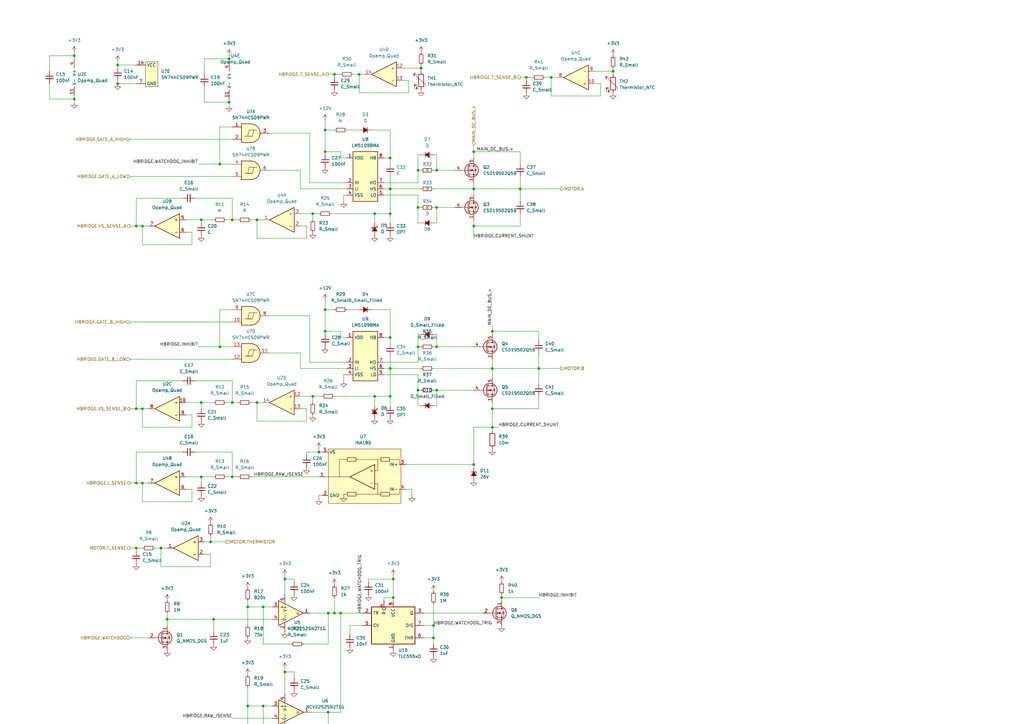
<source format=kicad_sch>
(kicad_sch (version 20211123) (generator eeschema)
  (paper "A3")
  (junction (at 137.16 251.46))
  (junction (at 179.07 85.09))
  (junction (at 105.41 90.17))
  (junction (at 179.07 160.02))
  (junction (at 107.95 248.92))
  (junction (at 171.45 160.02))
  (junction (at 177.8 256.54))
  (junction (at 160.02 77.47))
  (junction (at 55.88 92.71))
  (junction (at 213.36 77.47))
  (junction (at 215.9 31.75))
  (junction (at 161.29 245.11))
  (junction (at 58.42 92.71))
  (junction (at 153.67 162.56))
  (junction (at 128.27 162.56))
  (junction (at 68.58 254))
  (junction (at 58.42 167.64))
  (junction (at 134.62 251.46))
  (junction (at 160.02 64.77))
  (junction (at 82.55 165.1))
  (junction (at 201.93 135.89))
  (junction (at 201.93 151.13))
  (junction (at 137.16 30.48))
  (junction (at 133.35 127))
  (junction (at 172.72 27.94))
  (junction (at 105.41 165.1))
  (junction (at 128.27 87.63))
  (junction (at 171.45 69.85))
  (junction (at 107.95 289.56))
  (junction (at 201.93 175.26))
  (junction (at 86.36 222.25))
  (junction (at 171.45 85.09))
  (junction (at 160.02 138.43))
  (junction (at 95.25 90.17))
  (junction (at 220.98 151.13))
  (junction (at 30.48 40.64))
  (junction (at 177.8 261.62))
  (junction (at 134.62 292.1))
  (junction (at 194.31 190.5))
  (junction (at 153.67 87.63))
  (junction (at 82.55 195.58))
  (junction (at 90.17 67.31))
  (junction (at 101.6 289.56))
  (junction (at 95.25 195.58))
  (junction (at 55.88 198.12))
  (junction (at 194.31 62.23))
  (junction (at 48.26 26.67))
  (junction (at 87.63 254))
  (junction (at 93.98 41.91))
  (junction (at 66.04 224.79))
  (junction (at 171.45 142.24))
  (junction (at 194.31 92.71))
  (junction (at 101.6 248.92))
  (junction (at 55.88 167.64))
  (junction (at 139.7 251.46))
  (junction (at 116.84 275.59))
  (junction (at 179.07 142.24))
  (junction (at 130.81 185.42))
  (junction (at 48.26 34.29))
  (junction (at 201.93 167.64))
  (junction (at 179.07 69.85))
  (junction (at 93.98 24.13))
  (junction (at 133.35 62.23))
  (junction (at 95.25 165.1))
  (junction (at 30.48 22.86))
  (junction (at 58.42 198.12))
  (junction (at 82.55 90.17))
  (junction (at 160.02 87.63))
  (junction (at 133.35 135.89))
  (junction (at 194.31 77.47))
  (junction (at 160.02 162.56))
  (junction (at 161.29 237.49))
  (junction (at 226.06 31.75))
  (junction (at 205.74 245.11))
  (junction (at 116.84 237.49))
  (junction (at 160.02 151.13))
  (junction (at 133.35 53.34))
  (junction (at 55.88 224.79))
  (junction (at 90.17 142.24))
  (junction (at 251.46 29.21))
  (junction (at 147.32 30.48))
  (wire (pts (xy 201.93 175.26) (xy 194.31 175.26)))
  (wire (pts (xy 194.31 62.23) (xy 213.36 62.23)))
  (wire (pts (xy 116.84 237.49) (xy 116.84 243.84)))
  (wire (pts (xy 194.31 74.93) (xy 194.31 77.47)))
  (wire (pts (xy 205.74 243.84) (xy 205.74 245.11)))
  (wire (pts (xy 90.17 142.24) (xy 95.25 142.24)))
  (wire (pts (xy 127 251.46) (xy 134.62 251.46)))
  (wire (pts (xy 20.32 22.86) (xy 20.32 29.21)))
  (wire (pts (xy 142.24 151.13) (xy 123.19 151.13)))
  (wire (pts (xy 160.02 53.34) (xy 160.02 64.77)))
  (wire (pts (xy 213.36 92.71) (xy 194.31 92.71)))
  (wire (pts (xy 177.8 247.65) (xy 177.8 256.54)))
  (wire (pts (xy 133.35 62.23) (xy 133.35 63.5)))
  (wire (pts (xy 142.24 53.34) (xy 147.32 53.34)))
  (wire (pts (xy 105.41 172.72) (xy 105.41 165.1)))
  (wire (pts (xy 95.25 165.1) (xy 97.79 165.1)))
  (wire (pts (xy 134.62 264.16) (xy 134.62 251.46)))
  (wire (pts (xy 134.62 304.8) (xy 134.62 292.1)))
  (wire (pts (xy 172.72 27.94) (xy 172.72 29.21)))
  (wire (pts (xy 74.93 81.28) (xy 55.88 81.28)))
  (wire (pts (xy 119.38 304.8) (xy 107.95 304.8)))
  (wire (pts (xy 90.17 67.31) (xy 95.25 67.31)))
  (wire (pts (xy 161.29 245.11) (xy 157.48 245.11)))
  (wire (pts (xy 161.29 237.49) (xy 161.29 245.11)))
  (wire (pts (xy 125.73 167.64) (xy 125.73 172.72)))
  (wire (pts (xy 171.45 142.24) (xy 171.45 137.16)))
  (wire (pts (xy 173.99 256.54) (xy 177.8 256.54)))
  (wire (pts (xy 53.34 132.08) (xy 95.25 132.08)))
  (wire (pts (xy 243.84 34.29) (xy 246.38 34.29)))
  (wire (pts (xy 194.31 77.47) (xy 213.36 77.47)))
  (wire (pts (xy 92.71 90.17) (xy 95.25 90.17)))
  (wire (pts (xy 153.67 87.63) (xy 153.67 91.44)))
  (wire (pts (xy 116.84 275.59) (xy 120.65 275.59)))
  (wire (pts (xy 128.27 87.63) (xy 128.27 90.17)))
  (wire (pts (xy 76.2 200.66) (xy 78.74 200.66)))
  (wire (pts (xy 30.48 40.64) (xy 30.48 41.91)))
  (wire (pts (xy 86.36 232.41) (xy 86.36 227.33)))
  (wire (pts (xy 160.02 151.13) (xy 172.72 151.13)))
  (wire (pts (xy 220.98 167.64) (xy 201.93 167.64)))
  (wire (pts (xy 134.62 251.46) (xy 137.16 251.46)))
  (wire (pts (xy 201.93 135.89) (xy 220.98 135.89)))
  (wire (pts (xy 173.99 251.46) (xy 198.12 251.46)))
  (wire (pts (xy 160.02 64.77) (xy 160.02 67.31)))
  (wire (pts (xy 107.95 289.56) (xy 101.6 289.56)))
  (wire (pts (xy 93.98 41.91) (xy 83.82 41.91)))
  (wire (pts (xy 157.48 80.01) (xy 171.45 80.01)))
  (wire (pts (xy 133.35 49.53) (xy 133.35 53.34)))
  (wire (pts (xy 194.31 175.26) (xy 194.31 190.5)))
  (wire (pts (xy 160.02 162.56) (xy 160.02 166.37)))
  (wire (pts (xy 179.07 85.09) (xy 179.07 91.44)))
  (wire (pts (xy 119.38 264.16) (xy 107.95 264.16)))
  (wire (pts (xy 151.13 237.49) (xy 151.13 238.76)))
  (wire (pts (xy 166.37 200.66) (xy 168.91 200.66)))
  (wire (pts (xy 251.46 27.94) (xy 251.46 29.21)))
  (wire (pts (xy 95.25 195.58) (xy 97.79 195.58)))
  (wire (pts (xy 81.28 142.24) (xy 90.17 142.24)))
  (wire (pts (xy 130.81 87.63) (xy 128.27 87.63)))
  (wire (pts (xy 83.82 24.13) (xy 93.98 24.13)))
  (wire (pts (xy 116.84 274.32) (xy 116.84 275.59)))
  (wire (pts (xy 82.55 165.1) (xy 87.63 165.1)))
  (wire (pts (xy 167.64 38.1) (xy 147.32 38.1)))
  (wire (pts (xy 55.88 198.12) (xy 58.42 198.12)))
  (wire (pts (xy 76.2 90.17) (xy 82.55 90.17)))
  (wire (pts (xy 120.65 237.49) (xy 120.65 238.76)))
  (wire (pts (xy 160.02 138.43) (xy 160.02 140.97)))
  (wire (pts (xy 130.81 185.42) (xy 125.73 185.42)))
  (wire (pts (xy 179.07 85.09) (xy 177.8 85.09)))
  (wire (pts (xy 220.98 151.13) (xy 220.98 157.48)))
  (wire (pts (xy 48.26 34.29) (xy 48.26 33.02)))
  (wire (pts (xy 101.6 246.38) (xy 101.6 248.92)))
  (wire (pts (xy 220.98 151.13) (xy 229.87 151.13)))
  (wire (pts (xy 123.19 167.64) (xy 125.73 167.64)))
  (wire (pts (xy 171.45 69.85) (xy 172.72 69.85)))
  (wire (pts (xy 127 74.93) (xy 127 54.61)))
  (wire (pts (xy 20.32 40.64) (xy 20.32 34.29)))
  (wire (pts (xy 76.2 165.1) (xy 82.55 165.1)))
  (wire (pts (xy 128.27 162.56) (xy 128.27 165.1)))
  (wire (pts (xy 58.42 175.26) (xy 58.42 167.64)))
  (wire (pts (xy 78.74 170.18) (xy 78.74 175.26)))
  (wire (pts (xy 171.45 137.16) (xy 172.72 137.16)))
  (wire (pts (xy 171.45 69.85) (xy 171.45 74.93)))
  (wire (pts (xy 53.34 167.64) (xy 55.88 167.64)))
  (wire (pts (xy 161.29 237.49) (xy 151.13 237.49)))
  (wire (pts (xy 53.34 224.79) (xy 55.88 224.79)))
  (wire (pts (xy 110.49 129.54) (xy 127 129.54)))
  (wire (pts (xy 48.26 34.29) (xy 55.88 34.29)))
  (wire (pts (xy 157.48 77.47) (xy 160.02 77.47)))
  (wire (pts (xy 142.24 77.47) (xy 123.19 77.47)))
  (wire (pts (xy 78.74 175.26) (xy 58.42 175.26)))
  (wire (pts (xy 153.67 87.63) (xy 160.02 87.63)))
  (wire (pts (xy 201.93 175.26) (xy 204.47 175.26)))
  (wire (pts (xy 133.35 127) (xy 133.35 135.89)))
  (wire (pts (xy 55.88 185.42) (xy 55.88 198.12)))
  (wire (pts (xy 177.8 256.54) (xy 177.8 261.62)))
  (wire (pts (xy 95.25 185.42) (xy 80.01 185.42)))
  (wire (pts (xy 95.25 127) (xy 90.17 127)))
  (wire (pts (xy 137.16 162.56) (xy 153.67 162.56)))
  (wire (pts (xy 201.93 151.13) (xy 201.93 154.94)))
  (wire (pts (xy 229.87 77.47) (xy 213.36 77.47)))
  (wire (pts (xy 132.08 185.42) (xy 130.81 185.42)))
  (wire (pts (xy 194.31 92.71) (xy 194.31 90.17)))
  (wire (pts (xy 82.55 195.58) (xy 87.63 195.58)))
  (wire (pts (xy 82.55 90.17) (xy 82.55 91.44)))
  (wire (pts (xy 111.76 248.92) (xy 107.95 248.92)))
  (wire (pts (xy 152.4 127) (xy 160.02 127)))
  (wire (pts (xy 53.34 147.32) (xy 95.25 147.32)))
  (wire (pts (xy 55.88 224.79) (xy 55.88 226.06)))
  (wire (pts (xy 48.26 26.67) (xy 48.26 25.4)))
  (wire (pts (xy 165.1 27.94) (xy 172.72 27.94)))
  (wire (pts (xy 143.51 256.54) (xy 143.51 260.35)))
  (wire (pts (xy 194.31 59.69) (xy 194.31 62.23)))
  (wire (pts (xy 123.19 87.63) (xy 128.27 87.63)))
  (wire (pts (xy 133.35 135.89) (xy 133.35 137.16)))
  (wire (pts (xy 201.93 151.13) (xy 201.93 147.32)))
  (wire (pts (xy 160.02 64.77) (xy 157.48 64.77)))
  (wire (pts (xy 179.07 69.85) (xy 186.69 69.85)))
  (wire (pts (xy 160.02 151.13) (xy 160.02 146.05)))
  (wire (pts (xy 82.55 195.58) (xy 82.55 198.12)))
  (wire (pts (xy 147.32 38.1) (xy 147.32 30.48)))
  (wire (pts (xy 55.88 224.79) (xy 58.42 224.79)))
  (wire (pts (xy 55.88 92.71) (xy 58.42 92.71)))
  (wire (pts (xy 142.24 127) (xy 147.32 127)))
  (wire (pts (xy 160.02 162.56) (xy 153.67 162.56)))
  (wire (pts (xy 48.26 27.94) (xy 48.26 26.67)))
  (wire (pts (xy 157.48 151.13) (xy 160.02 151.13)))
  (wire (pts (xy 177.8 142.24) (xy 179.07 142.24)))
  (wire (pts (xy 30.48 22.86) (xy 20.32 22.86)))
  (wire (pts (xy 125.73 97.79) (xy 105.41 97.79)))
  (wire (pts (xy 66.04 224.79) (xy 66.04 232.41)))
  (wire (pts (xy 93.98 24.13) (xy 93.98 25.4)))
  (wire (pts (xy 171.45 142.24) (xy 172.72 142.24)))
  (wire (pts (xy 30.48 40.64) (xy 20.32 40.64)))
  (wire (pts (xy 194.31 190.5) (xy 194.31 191.77)))
  (wire (pts (xy 148.59 256.54) (xy 143.51 256.54)))
  (wire (pts (xy 125.73 172.72) (xy 105.41 172.72)))
  (wire (pts (xy 101.6 248.92) (xy 101.6 256.54)))
  (wire (pts (xy 130.81 203.2) (xy 130.81 204.47)))
  (wire (pts (xy 137.16 245.11) (xy 137.16 251.46)))
  (wire (pts (xy 213.36 77.47) (xy 213.36 82.55)))
  (wire (pts (xy 179.07 160.02) (xy 194.31 160.02)))
  (wire (pts (xy 55.88 81.28) (xy 55.88 92.71)))
  (wire (pts (xy 223.52 31.75) (xy 226.06 31.75)))
  (wire (pts (xy 110.49 144.78) (xy 123.19 144.78)))
  (wire (pts (xy 76.2 195.58) (xy 82.55 195.58)))
  (wire (pts (xy 157.48 148.59) (xy 171.45 148.59)))
  (wire (pts (xy 171.45 85.09) (xy 172.72 85.09)))
  (wire (pts (xy 102.87 195.58) (xy 130.81 195.58)))
  (wire (pts (xy 133.35 123.19) (xy 133.35 127)))
  (wire (pts (xy 83.82 30.48) (xy 83.82 24.13)))
  (wire (pts (xy 78.74 205.74) (xy 58.42 205.74)))
  (wire (pts (xy 86.36 219.71) (xy 86.36 222.25)))
  (wire (pts (xy 123.19 151.13) (xy 123.19 144.78)))
  (wire (pts (xy 55.88 156.21) (xy 74.93 156.21)))
  (wire (pts (xy 133.35 127) (xy 137.16 127)))
  (wire (pts (xy 179.07 137.16) (xy 179.07 142.24)))
  (wire (pts (xy 127 148.59) (xy 127 129.54)))
  (wire (pts (xy 66.04 224.79) (xy 68.58 224.79)))
  (wire (pts (xy 172.72 26.67) (xy 172.72 27.94)))
  (wire (pts (xy 125.73 185.42) (xy 125.73 186.69)))
  (wire (pts (xy 95.25 294.64) (xy 111.76 294.64)))
  (wire (pts (xy 157.48 74.93) (xy 171.45 74.93)))
  (wire (pts (xy 105.41 165.1) (xy 107.95 165.1)))
  (wire (pts (xy 105.41 97.79) (xy 105.41 90.17)))
  (wire (pts (xy 95.25 165.1) (xy 92.71 165.1)))
  (wire (pts (xy 63.5 224.79) (xy 66.04 224.79)))
  (wire (pts (xy 111.76 289.56) (xy 107.95 289.56)))
  (wire (pts (xy 140.97 153.67) (xy 140.97 156.21)))
  (wire (pts (xy 81.28 67.31) (xy 90.17 67.31)))
  (wire (pts (xy 160.02 151.13) (xy 160.02 162.56)))
  (wire (pts (xy 30.48 39.37) (xy 30.48 40.64)))
  (wire (pts (xy 87.63 254) (xy 68.58 254)))
  (wire (pts (xy 167.64 33.02) (xy 167.64 38.1)))
  (wire (pts (xy 139.7 292.1) (xy 139.7 251.46)))
  (wire (pts (xy 58.42 100.33) (xy 58.42 92.71)))
  (wire (pts (xy 90.17 127) (xy 90.17 142.24)))
  (wire (pts (xy 82.55 90.17) (xy 87.63 90.17)))
  (wire (pts (xy 132.08 203.2) (xy 130.81 203.2)))
  (wire (pts (xy 58.42 167.64) (xy 55.88 167.64)))
  (wire (pts (xy 177.8 151.13) (xy 201.93 151.13)))
  (wire (pts (xy 116.84 236.22) (xy 116.84 237.49)))
  (wire (pts (xy 107.95 264.16) (xy 107.95 248.92)))
  (wire (pts (xy 171.45 80.01) (xy 171.45 85.09)))
  (wire (pts (xy 53.34 57.15) (xy 95.25 57.15)))
  (wire (pts (xy 95.25 81.28) (xy 95.25 90.17)))
  (wire (pts (xy 30.48 22.86) (xy 30.48 24.13)))
  (wire (pts (xy 134.62 30.48) (xy 137.16 30.48)))
  (wire (pts (xy 95.25 195.58) (xy 95.25 185.42)))
  (wire (pts (xy 177.8 91.44) (xy 179.07 91.44)))
  (wire (pts (xy 161.29 245.11) (xy 161.29 246.38)))
  (wire (pts (xy 127 54.61) (xy 110.49 54.61)))
  (wire (pts (xy 201.93 167.64) (xy 201.93 175.26)))
  (wire (pts (xy 105.41 90.17) (xy 107.95 90.17)))
  (wire (pts (xy 123.19 92.71) (xy 125.73 92.71)))
  (wire (pts (xy 48.26 26.67) (xy 55.88 26.67)))
  (wire (pts (xy 123.19 77.47) (xy 123.19 69.85)))
  (wire (pts (xy 179.07 142.24) (xy 194.31 142.24)))
  (wire (pts (xy 83.82 222.25) (xy 86.36 222.25)))
  (wire (pts (xy 58.42 198.12) (xy 60.96 198.12)))
  (wire (pts (xy 102.87 90.17) (xy 105.41 90.17)))
  (wire (pts (xy 194.31 190.5) (xy 166.37 190.5)))
  (wire (pts (xy 107.95 248.92) (xy 101.6 248.92)))
  (wire (pts (xy 172.72 166.37) (xy 171.45 166.37)))
  (wire (pts (xy 90.17 52.07) (xy 90.17 67.31)))
  (wire (pts (xy 177.8 166.37) (xy 179.07 166.37)))
  (wire (pts (xy 76.2 95.25) (xy 78.74 95.25)))
  (wire (pts (xy 213.36 87.63) (xy 213.36 92.71)))
  (wire (pts (xy 82.55 165.1) (xy 82.55 167.64)))
  (wire (pts (xy 201.93 151.13) (xy 220.98 151.13)))
  (wire (pts (xy 87.63 254) (xy 87.63 259.08)))
  (wire (pts (xy 215.9 31.75) (xy 218.44 31.75)))
  (wire (pts (xy 68.58 254) (xy 68.58 251.46)))
  (wire (pts (xy 251.46 29.21) (xy 251.46 30.48)))
  (wire (pts (xy 153.67 162.56) (xy 153.67 166.37)))
  (wire (pts (xy 215.9 31.75) (xy 215.9 33.02)))
  (wire (pts (xy 78.74 100.33) (xy 58.42 100.33)))
  (wire (pts (xy 171.45 148.59) (xy 171.45 142.24)))
  (wire (pts (xy 80.01 81.28) (xy 95.25 81.28)))
  (wire (pts (xy 137.16 30.48) (xy 139.7 30.48)))
  (wire (pts (xy 134.62 292.1) (xy 139.7 292.1)))
  (wire (pts (xy 142.24 64.77) (xy 139.7 64.77)))
  (wire (pts (xy 83.82 41.91) (xy 83.82 35.56)))
  (wire (pts (xy 78.74 200.66) (xy 78.74 205.74)))
  (wire (pts (xy 243.84 29.21) (xy 251.46 29.21)))
  (wire (pts (xy 177.8 261.62) (xy 177.8 264.16)))
  (wire (pts (xy 139.7 251.46) (xy 148.59 251.46)))
  (wire (pts (xy 68.58 254) (xy 68.58 256.54)))
  (wire (pts (xy 213.36 31.75) (xy 215.9 31.75)))
  (wire (pts (xy 160.02 87.63) (xy 160.02 91.44)))
  (wire (pts (xy 246.38 39.37) (xy 226.06 39.37)))
  (wire (pts (xy 157.48 153.67) (xy 171.45 153.67)))
  (wire (pts (xy 95.25 52.07) (xy 90.17 52.07)))
  (wire (pts (xy 116.84 275.59) (xy 116.84 284.48)))
  (wire (pts (xy 171.45 63.5) (xy 171.45 69.85)))
  (wire (pts (xy 201.93 175.26) (xy 201.93 176.53)))
  (wire (pts (xy 194.31 77.47) (xy 177.8 77.47)))
  (wire (pts (xy 160.02 77.47) (xy 172.72 77.47)))
  (wire (pts (xy 142.24 138.43) (xy 139.7 138.43)))
  (wire (pts (xy 93.98 41.91) (xy 93.98 43.18)))
  (wire (pts (xy 30.48 21.59) (xy 30.48 22.86)))
  (wire (pts (xy 220.98 162.56) (xy 220.98 167.64)))
  (wire (pts (xy 161.29 236.22) (xy 161.29 237.49)))
  (wire (pts (xy 201.93 167.64) (xy 201.93 165.1)))
  (wire (pts (xy 194.31 92.71) (xy 194.31 97.79)))
  (wire (pts (xy 179.07 85.09) (xy 186.69 85.09)))
  (wire (pts (xy 201.93 137.16) (xy 201.93 135.89)))
  (wire (pts (xy 107.95 304.8) (xy 107.95 289.56)))
  (wire (pts (xy 101.6 289.56) (xy 101.6 297.18)))
  (wire (pts (xy 133.35 53.34) (xy 137.16 53.34)))
  (wire (pts (xy 139.7 135.89) (xy 133.35 135.89)))
  (wire (pts (xy 53.34 198.12) (xy 55.88 198.12)))
  (wire (pts (xy 201.93 133.35) (xy 201.93 135.89)))
  (wire (pts (xy 139.7 64.77) (xy 139.7 62.23)))
  (wire (pts (xy 220.98 151.13) (xy 220.98 144.78)))
  (wire (pts (xy 130.81 185.42) (xy 130.81 184.15)))
  (wire (pts (xy 205.74 245.11) (xy 205.74 246.38)))
  (wire (pts (xy 160.02 77.47) (xy 160.02 87.63)))
  (wire (pts (xy 58.42 92.71) (xy 60.96 92.71)))
  (wire (pts (xy 53.34 261.62) (xy 60.96 261.62)))
  (wire (pts (xy 220.98 135.89) (xy 220.98 139.7)))
  (wire (pts (xy 173.99 261.62) (xy 177.8 261.62)))
  (wire (pts (xy 157.48 138.43) (xy 160.02 138.43)))
  (wire (pts (xy 120.65 275.59) (xy 120.65 278.13)))
  (wire (pts (xy 177.8 63.5) (xy 179.07 63.5)))
  (wire (pts (xy 213.36 62.23) (xy 213.36 67.31)))
  (wire (pts (xy 226.06 39.37) (xy 226.06 31.75)))
  (wire (pts (xy 93.98 22.86) (xy 93.98 24.13)))
  (wire (pts (xy 205.74 245.11) (xy 220.98 245.11)))
  (wire (pts (xy 123.19 69.85) (xy 110.49 69.85)))
  (wire (pts (xy 139.7 138.43) (xy 139.7 135.89)))
  (wire (pts (xy 78.74 95.25) (xy 78.74 100.33)))
  (wire (pts (xy 137.16 30.48) (xy 137.16 31.75)))
  (wire (pts (xy 139.7 62.23) (xy 133.35 62.23)))
  (wire (pts (xy 53.34 72.39) (xy 95.25 72.39)))
  (wire (pts (xy 171.45 166.37) (xy 171.45 160.02)))
  (wire (pts (xy 86.36 227.33) (xy 83.82 227.33)))
  (wire (pts (xy 142.24 80.01) (xy 140.97 80.01)))
  (wire (pts (xy 133.35 53.34) (xy 133.35 62.23)))
  (wire (pts (xy 55.88 167.64) (xy 55.88 156.21)))
  (wire (pts (xy 142.24 153.67) (xy 140.97 153.67)))
  (wire (pts (xy 179.07 137.16) (xy 177.8 137.16)))
  (wire (pts (xy 160.02 127) (xy 160.02 138.43)))
  (wire (pts (xy 102.87 165.1) (xy 105.41 165.1)))
  (wire (pts (xy 137.16 251.46) (xy 139.7 251.46)))
  (wire (pts (xy 86.36 222.25) (xy 92.71 222.25)))
  (wire (pts (xy 128.27 162.56) (xy 132.08 162.56)))
  (wire (pts (xy 172.72 63.5) (xy 171.45 63.5)))
  (wire (pts (xy 179.07 160.02) (xy 177.8 160.02)))
  (wire (pts (xy 152.4 53.34) (xy 160.02 53.34)))
  (wire (pts (xy 171.45 160.02) (xy 172.72 160.02)))
  (wire (pts (xy 171.45 153.67) (xy 171.45 160.02)))
  (wire (pts (xy 80.01 156.21) (xy 95.25 156.21)))
  (wire (pts (xy 213.36 77.47) (xy 213.36 72.39)))
  (wire (pts (xy 124.46 264.16) (xy 134.62 264.16)))
  (wire (pts (xy 165.1 33.02) (xy 167.64 33.02)))
  (wire (pts (xy 144.78 30.48) (xy 147.32 30.48)))
  (wire (pts (xy 95.25 90.17) (xy 97.79 90.17)))
  (wire (pts (xy 116.84 237.49) (xy 120.65 237.49)))
  (wire (pts (xy 60.96 167.64) (xy 58.42 167.64)))
  (wire (pts (xy 101.6 289.56) (xy 101.6 281.94)))
  (wire (pts (xy 171.45 85.09) (xy 171.45 91.44)))
  (wire (pts (xy 160.02 72.39) (xy 160.02 77.47)))
  (wire (pts (xy 92.71 195.58) (xy 95.25 195.58)))
  (wire (pts (xy 74.93 185.42) (xy 55.88 185.42)))
  (wire (pts (xy 76.2 170.18) (xy 78.74 170.18)))
  (wire (pts (xy 142.24 74.93) (xy 127 74.93)))
  (wire (pts (xy 93.98 40.64) (xy 93.98 41.91)))
  (wire (pts (xy 124.46 304.8) (xy 134.62 304.8)))
  (wire (pts (xy 142.24 148.59) (xy 127 148.59)))
  (wire (pts (xy 179.07 63.5) (xy 179.07 69.85)))
  (wire (pts (xy 168.91 200.66) (xy 168.91 203.2)))
  (wire (pts (xy 147.32 30.48) (xy 149.86 30.48)))
  (wire (pts (xy 194.31 62.23) (xy 194.31 64.77)))
  (wire (pts (xy 111.76 254) (xy 87.63 254)))
  (wire (pts (xy 123.19 162.56) (xy 128.27 162.56)))
  (wire (pts (xy 226.06 31.75) (xy 228.6 31.75)))
  (wire (pts (xy 127 292.1) (xy 134.62 292.1)))
  (wire (pts (xy 125.73 92.71) (xy 125.73 97.79)))
  (wire (pts (xy 53.34 92.71) (xy 55.88 92.71)))
  (wire (pts (xy 135.89 87.63) (xy 153.67 87.63)))
  (wire (pts (xy 58.42 205.74) (xy 58.42 198.12)))
  (wire (pts (xy 179.07 166.37) (xy 179.07 160.02)))
  (wire (pts (xy 95.25 156.21) (xy 95.25 165.1)))
  (wire (pts (xy 66.04 232.41) (xy 86.36 232.41)))
  (wire (pts (xy 246.38 34.29) (xy 246.38 39.37)))
  (wire (pts (xy 194.31 77.47) (xy 194.31 80.01)))
  (wire (pts (xy 157.48 245.11) (xy 157.48 246.38)))
  (wire (pts (xy 179.07 69.85) (xy 177.8 69.85)))
  (wire (pts (xy 140.97 80.01) (xy 140.97 82.55)))
  (wire (pts (xy 172.72 91.44) (xy 171.45 91.44)))
  (label "HBRIDGE.RAW_ISENSE" (at 104.14 195.58 0))
  (label "HBRIDGE.WATCHDOG_TRIG" (at 177.8 256.54 0))
  (label "HBRIDGE.INHIBIT" (at 81.28 142.24 180))
  (label "HBRIDGE.CURRENT_SHUNT" (at 194.31 97.79 0))
  (label "HBRIDGE.CURRENT_SHUNT" (at 204.47 175.26 0))
  (label "MAIN_DC_BUS.+" (at 195.58 62.23 0))
  (label "HBRIDGE.RAW_ISENSE" (at 95.25 294.64 180))
  (label "HBRIDGE.WATCHDOG_INHIBIT" (at 81.28 67.31 180))
  (label "MAIN_DC_BUS.+" (at 201.93 133.35 90))
  (label "HBRIDGE.INHIBIT" (at 220.98 245.11 0))
  (label "HBRIDGE.WATCHDOG_TRIG" (at 148.59 251.46 90))
  (hierarchical_label "HBRIDGE.GATE_B_LOW" (shape input) (at 53.34 147.32 180))
  (hierarchical_label "HBRIDGE.T_SENSE_A" (shape output) (at 134.62 30.48 180))
  (hierarchical_label "MOTOR.B" (shape output) (at 229.87 151.13 0))
  (hierarchical_label "MOTOR.THERMISTOR" (shape passive) (at 92.71 222.25 0))
  (hierarchical_label "MOTOR.T_SENSE" (shape output) (at 53.34 224.79 180))
  (hierarchical_label "HBRIDGE.WATCHDOG" (shape input) (at 53.34 261.62 180))
  (hierarchical_label "HBRIDGE.GATE_B_HIGH" (shape input) (at 53.34 132.08 180))
  (hierarchical_label "HBRIDGE.T_SENSE_B" (shape output) (at 213.36 31.75 180))
  (hierarchical_label "MOTOR.A" (shape output) (at 229.87 77.47 0))
  (hierarchical_label "HBRIDGE.GATE_A_LOW" (shape input) (at 53.34 72.39 180))
  (hierarchical_label "HBRIDGE.VS_SENSE_B" (shape output) (at 53.34 167.64 180))
  (hierarchical_label "MAIN_DC_BUS.+" (shape input) (at 194.31 59.69 90))
  (hierarchical_label "HBRIDGE.GATE_A_HIGH" (shape input) (at 53.34 57.15 180))
  (hierarchical_label "HBRIDGE.VS_SENSE_A" (shape output) (at 53.34 92.71 180))
  (hierarchical_label "HBRIDGE.I_SENSE" (shape output) (at 53.34 198.12 180))
  (symbol (lib_id "Transistor_FET:CSD19502Q5B") (at 199.39 142.24 0) (unit 1)
    (property "Reference" "Q4" (at 205.74 140.9699 0) (effects (justify left)))
    (property "Value" "CSD19502Q5B" (at 205.74 143.5099 0) (effects (justify left)))
    (property "Footprint" "Package_TO_SOT_SMD:TDSON-8-1" (effects hide))
    (property "Datasheet" "http://www.ti.com/lit/gpn/csd19502q5b" (effects hide))
  )
  (symbol (lib_id "Device:Opamp_Quad") (at 115.57 90.17 0) (mirror y) (unit 1)
    (property "Reference" "U4" (at 115.57 80.01 0))
    (property "Value" "Opamp_Quad" (at 115.57 82.55 0))
  )
  (symbol (lib_id "parts:C_Small") (at 82.55 170.18 0) (unit 1)
    (property "Reference" "C21" (at 85.09 168.9162 0) (effects (justify left)))
    (property "Value" "C_Small" (at 85.09 171.4562 0) (effects (justify left)))
  )
  (symbol (lib_id "parts:GND") (at 130.81 204.47 0) (unit 1)
    (property "Reference" "#PWR0167" (effects hide))
    (property "Value" "GND" (effects hide))
  )
  (symbol (lib_id "power:+3.3V") (at 101.6 241.3 0) (unit 1)
    (property "Reference" "#PWR0153" (effects hide))
    (property "Value" "+3.3V" (at 101.6 236.22 0))
  )
  (symbol (lib_id "Device:R_Small") (at 100.33 165.1 90) (unit 1)
    (property "Reference" "R15" (at 100.33 158.75 90))
    (property "Value" "R_Small" (at 100.33 161.29 90))
  )
  (symbol (lib_id "Device:R_Small") (at 175.26 85.09 90) (unit 1)
    (property "Reference" "R34" (at 175.26 82.55 90))
    (property "Value" "R" (at 175.26 85.09 90))
  )
  (symbol (lib_id "parts:GND") (at 177.8 269.24 0) (unit 1)
    (property "Reference" "#PWR0156" (effects hide))
    (property "Value" "GND" (effects hide))
  )
  (symbol (lib_id "parts:GND") (at 251.46 38.1 0) (unit 1)
    (property "Reference" "#PWR0178" (effects hide))
    (property "Value" "GND" (effects hide))
  )
  (symbol (lib_id "parts:GND") (at 194.31 196.85 0) (unit 1)
    (property "Reference" "#PWR0174" (effects hide))
    (property "Value" "GND" (effects hide))
  )
  (symbol (lib_id "Device:R_Small") (at 175.26 69.85 90) (unit 1)
    (property "Reference" "R32" (at 175.26 67.31 90))
    (property "Value" "R" (at 175.26 69.85 90))
  )
  (symbol (lib_id "parts:GND") (at 205.74 256.54 0) (unit 1)
    (property "Reference" "#PWR0158" (effects hide))
    (property "Value" "GND" (effects hide))
  )
  (symbol (lib_id "parts:GND") (at 87.63 264.16 0) (unit 1)
    (property "Reference" "#PWR0145" (effects hide))
    (property "Value" "GND" (effects hide))
  )
  (symbol (lib_id "Device:R_Small") (at 177.8 245.11 0) (unit 1)
    (property "Reference" "R38" (at 180.34 243.8399 0) (effects (justify left)))
    (property "Value" "1M" (at 180.34 246.3799 0) (effects (justify left)))
  )
  (symbol (lib_id "power:+3.3V") (at 161.29 236.22 0) (unit 1)
    (property "Reference" "#PWR0165" (effects hide))
    (property "Value" "+3.3V" (at 161.29 231.14 0))
  )
  (symbol (lib_id "parts:GND") (at 151.13 243.84 0) (unit 1)
    (property "Reference" "#PWR0160" (effects hide))
    (property "Value" "GND" (effects hide))
  )
  (symbol (lib_id "Device:R_Small") (at 172.72 24.13 0) (unit 1)
    (property "Reference" "R31" (at 175.26 22.8599 0) (effects (justify left)))
    (property "Value" "R_Small" (at 175.26 25.3999 0) (effects (justify left)))
  )
  (symbol (lib_id "Device:R_Small") (at 86.36 217.17 0) (unit 1)
    (property "Reference" "R10" (at 88.9 215.8999 0) (effects (justify left)))
    (property "Value" "R_Small" (at 88.9 218.4399 0) (effects (justify left)))
  )
  (symbol (lib_id "Device:Opamp_Quad") (at 68.58 92.71 0) (mirror y) (unit 2)
    (property "Reference" "U2" (at 68.58 82.55 0))
    (property "Value" "Opamp_Quad" (at 68.58 85.09 0))
  )
  (symbol (lib_id "parts:GND") (at 116.84 259.08 0) (unit 1)
    (property "Reference" "#PWR0161" (effects hide))
    (property "Value" "GND" (effects hide))
  )
  (symbol (lib_id "parts:C_Small") (at 77.47 81.28 90) (unit 1)
    (property "Reference" "C16" (at 77.4763 74.93 90))
    (property "Value" "C_Small" (at 77.4763 77.47 90))
  )
  (symbol (lib_id "Transistor_FET:CSD19502Q5B") (at 191.77 69.85 0) (unit 1)
    (property "Reference" "Q2" (at 198.12 68.5799 0) (effects (justify left)))
    (property "Value" "CSD19502Q5B" (at 198.12 71.1199 0) (effects (justify left)))
    (property "Footprint" "Package_TO_SOT_SMD:TDSON-8-1" (effects hide))
    (property "Datasheet" "http://www.ti.com/lit/gpn/csd19502q5b" (effects hide))
  )
  (symbol (lib_id "Device:D_Schottky_Small_Filled") (at 153.67 93.98 270) (unit 1)
    (property "Reference" "D5" (at 156.21 92.4559 90) (effects (justify left)))
    (property "Value" "D" (at 156.21 94.9959 90) (effects (justify left)))
  )
  (symbol (lib_id "Device:R_Small") (at 128.27 92.71 0) (unit 1)
    (property "Reference" "R23" (at 130.81 91.4399 0) (effects (justify left)))
    (property "Value" "R_Small" (at 130.81 93.9799 0) (effects (justify left)))
  )
  (symbol (lib_id "parts:C_Small") (at 160.02 93.98 0) (unit 1)
    (property "Reference" "C33" (at 162.56 92.7162 0) (effects (justify left)))
    (property "Value" "OPT" (at 162.56 95.2562 0) (effects (justify left)))
  )
  (symbol (lib_id "Device:D_Small_Filled") (at 175.26 166.37 0) (unit 1)
    (property "Reference" "D10" (at 175.26 160.02 0))
    (property "Value" "D_Small_Filled" (at 175.26 162.56 0))
  )
  (symbol (lib_id "Device:R_Small") (at 205.74 241.3 0) (unit 1)
    (property "Reference" "R40" (at 208.28 240.0299 0) (effects (justify left)))
    (property "Value" "1k" (at 208.28 242.5699 0) (effects (justify left)))
  )
  (symbol (lib_id "parts:C_Small") (at 82.55 93.98 0) (unit 1)
    (property "Reference" "C20" (at 85.09 92.7162 0) (effects (justify left)))
    (property "Value" "C" (at 85.09 95.2562 0) (effects (justify left)))
  )
  (symbol (lib_id "parts:C_Small") (at 48.26 30.48 0) (unit 1)
    (property "Reference" "C14" (at 50.8 29.2162 0) (effects (justify left)))
    (property "Value" "100nF" (at 50.8 31.7562 0) (effects (justify left)))
  )
  (symbol (lib_id "parts:C_Small") (at 137.16 34.29 0) (unit 1)
    (property "Reference" "C29" (at 139.7 33.0262 0) (effects (justify left)))
    (property "Value" "C_Small" (at 139.7 35.5662 0) (effects (justify left)))
  )
  (symbol (lib_id "Device:R_Small") (at 139.7 53.34 90) (unit 1)
    (property "Reference" "R28" (at 139.7 46.99 90))
    (property "Value" "R" (at 139.7 49.53 0))
  )
  (symbol (lib_id "Device:Opamp_Quad") (at 68.58 167.64 0) (mirror y) (unit 3)
    (property "Reference" "U2" (at 68.58 157.48 0))
    (property "Value" "Opamp_Quad" (at 68.58 160.02 0))
  )
  (symbol (lib_id "parts:GND") (at 68.58 266.7 0) (unit 1)
    (property "Reference" "#PWR0150" (effects hide))
    (property "Value" "GND" (effects hide))
  )
  (symbol (lib_id "Device:Opamp_Quad") (at 68.58 198.12 0) (mirror y) (unit 2)
    (property "Reference" "U4" (at 68.58 187.96 0))
    (property "Value" "Opamp_Quad" (at 68.58 190.5 0))
  )
  (symbol (lib_id "parts:SN74HCS09PWR") (at 101.6 129.54 0) (unit 3)
    (property "Reference" "U?" (at 102.87 120.65 0))
    (property "Value" "SN74HCS09PWR" (at 102.87 123.19 0))
    (property "Footprint" "Package_SO:TSSOP-14_4.4x5mm_P0.65mm" (effects hide))
    (property "Datasheet" "https://www.ti.com/lit/ds/symlink/sn74hcs09.pdf" (effects hide))
  )
  (symbol (lib_id "parts:GND") (at 82.55 96.52 0) (unit 1)
    (property "Reference" "#PWR0135" (effects hide))
    (property "Value" "GND" (effects hide))
  )
  (symbol (lib_id "power:+3.3V") (at 101.6 276.86 0) (unit 1)
    (property "Reference" "#PWR0142" (effects hide))
    (property "Value" "+3.3V" (at 101.6 271.78 0))
  )
  (symbol (lib_id "Device:Opamp_Quad") (at 157.48 30.48 0) (mirror y) (unit 4)
    (property "Reference" "U4" (at 157.48 20.32 0))
    (property "Value" "Opamp_Quad" (at 157.48 22.86 0))
  )
  (symbol (lib_id "Device:D_Small_Filled") (at 149.86 127 180) (unit 1)
    (property "Reference" "D4" (at 149.86 120.65 0))
    (property "Value" "D_Small_Filled" (at 149.86 123.19 0))
  )
  (symbol (lib_id "Device:Thermistor_NTC") (at 172.72 33.02 0) (unit 1)
    (property "Reference" "TH1" (at 175.26 32.0674 0) (effects (justify left)))
    (property "Value" "Thermistor_NTC" (at 175.26 34.6074 0) (effects (justify left)))
  )
  (symbol (lib_id "parts:GND") (at 133.35 68.58 0) (unit 1)
    (property "Reference" "#PWR0129" (effects hide))
    (property "Value" "GND" (effects hide))
  )
  (symbol (lib_id "parts:GND") (at 116.84 299.72 0) (unit 1)
    (property "Reference" "#PWR0147" (effects hide))
    (property "Value" "GND" (effects hide))
  )
  (symbol (lib_id "power:+3.3V") (at 48.26 25.4 0) (unit 1)
    (property "Reference" "#PWR0140" (effects hide))
    (property "Value" "+3.3V" (at 48.26 20.32 0))
  )
  (symbol (lib_id "Device:R_Small") (at 121.92 304.8 90) (unit 1)
    (property "Reference" "R22" (at 121.92 298.45 90))
    (property "Value" "R_Small" (at 121.92 300.99 90))
  )
  (symbol (lib_id "parts:C_Small") (at 77.47 185.42 90) (unit 1)
    (property "Reference" "C18" (at 77.4763 179.07 90))
    (property "Value" "C_Small" (at 77.4763 181.61 90))
  )
  (symbol (lib_id "parts:C_Small") (at 125.73 189.23 0) (unit 1)
    (property "Reference" "C26" (at 128.27 187.9662 0) (effects (justify left)))
    (property "Value" "100nF" (at 128.27 190.5062 0) (effects (justify left)))
  )
  (symbol (lib_id "Device:R_Small") (at 68.58 248.92 0) (unit 1)
    (property "Reference" "R9" (at 71.12 247.6499 0) (effects (justify left)))
    (property "Value" "1M" (at 71.12 250.1899 0) (effects (justify left)))
  )
  (symbol (lib_id "Device:R_Small") (at 90.17 195.58 90) (unit 1)
    (property "Reference" "R13" (at 90.17 189.23 90))
    (property "Value" "R_Small" (at 90.17 191.77 90))
  )
  (symbol (lib_id "parts:C_Small") (at 220.98 160.02 0) (unit 1)
    (property "Reference" "C41" (at 223.52 158.7562 0) (effects (justify left)))
    (property "Value" "C_Small" (at 223.52 161.2962 0) (effects (justify left)))
  )
  (symbol (lib_id "parts:NCV2252SN2T1G") (at 116.84 292.1 0) (unit 1)
    (property "Reference" "U6" (at 133.35 287.401 0))
    (property "Value" "NCV2252SN2T1G" (at 133.35 289.941 0))
    (property "Footprint" "Package_TO_SOT_SMD:SOT-23-5" (effects hide))
    (property "Datasheet" "https://www.onsemi.com/pdf/datasheet/ncs2250-d.pdf" (effects hide))
  )
  (symbol (lib_id "Device:R_Small") (at 90.17 165.1 90) (unit 1)
    (property "Reference" "R12" (at 90.17 158.75 90))
    (property "Value" "R_Small" (at 90.17 161.29 90))
  )
  (symbol (lib_id "Device:D_Small_Filled") (at 175.26 91.44 0) (unit 1)
    (property "Reference" "D8" (at 175.26 93.98 0))
    (property "Value" "D" (at 175.26 87.63 0))
  )
  (symbol (lib_id "Driver_FET:LM5109BMA") (at 149.86 146.05 0) (unit 1)
    (property "Reference" "U9" (at 149.86 130.81 0))
    (property "Value" "LM5109BMA" (at 149.86 133.35 0))
    (property "Footprint" "Package_SO:SOIC-8_3.9x4.9mm_P1.27mm" (effects hide))
    (property "Datasheet" "http://www.ti.com/lit/ds/symlink/lm5109b.pdf" (effects hide))
  )
  (symbol (lib_id "parts:GND") (at 128.27 170.18 0) (unit 1)
    (property "Reference" "#PWR0132" (effects hide))
    (property "Value" "GND" (effects hide))
  )
  (symbol (lib_id "parts:C_Small") (at 20.32 31.75 0) (unit 1)
    (property "Reference" "C13" (at 22.86 30.4862 0) (effects (justify left)))
    (property "Value" "100nF" (at 22.86 33.0262 0) (effects (justify left)))
  )
  (symbol (lib_id "Device:R_Small") (at 175.26 77.47 90) (unit 1)
    (property "Reference" "R33" (at 175.26 74.93 90))
    (property "Value" "R" (at 175.26 77.47 90))
  )
  (symbol (lib_id "parts:C_Small") (at 87.63 261.62 0) (unit 1)
    (property "Reference" "C23" (at 90.17 260.3562 0) (effects (justify left)))
    (property "Value" "1uF" (at 90.17 262.8962 0) (effects (justify left)))
  )
  (symbol (lib_id "Device:R_Small") (at 175.26 142.24 90) (unit 1)
    (property "Reference" "R35" (at 175.26 135.89 90))
    (property "Value" "R_Small" (at 175.26 138.43 90))
  )
  (symbol (lib_id "parts:C_Small") (at 133.35 66.04 0) (unit 1)
    (property "Reference" "C27" (at 135.89 64.7762 0) (effects (justify left)))
    (property "Value" "100nF" (at 135.89 67.3162 0) (effects (justify left)))
  )
  (symbol (lib_id "parts:GND") (at 55.88 231.14 0) (unit 1)
    (property "Reference" "#PWR0148" (effects hide))
    (property "Value" "GND" (effects hide))
  )
  (symbol (lib_id "parts:C_Small") (at 220.98 142.24 0) (unit 1)
    (property "Reference" "C40" (at 223.52 140.9762 0) (effects (justify left)))
    (property "Value" "C_Small" (at 223.52 143.5162 0) (effects (justify left)))
  )
  (symbol (lib_id "parts:GND") (at 48.26 34.29 0) (unit 1)
    (property "Reference" "#PWR0128" (effects hide))
    (property "Value" "GND" (effects hide))
  )
  (symbol (lib_id "parts:C_Small") (at 143.51 262.89 0) (unit 1)
    (property "Reference" "C30" (at 146.05 261.6262 0) (effects (justify left)))
    (property "Value" "10nF" (at 146.05 264.1662 0) (effects (justify left)))
  )
  (symbol (lib_id "parts:GND") (at 161.29 266.7 0) (unit 1)
    (property "Reference" "#PWR0164" (effects hide))
    (property "Value" "GND" (effects hide))
  )
  (symbol (lib_id "Device:R_Small") (at 90.17 90.17 90) (unit 1)
    (property "Reference" "R11" (at 90.17 83.82 90))
    (property "Value" "R" (at 90.17 86.36 0))
  )
  (symbol (lib_id "parts:C_Small") (at 77.47 156.21 90) (unit 1)
    (property "Reference" "C17" (at 77.4763 149.86 90))
    (property "Value" "C_Small" (at 77.4763 152.4 90))
  )
  (symbol (lib_id "power:+3.3V") (at 177.8 242.57 0) (unit 1)
    (property "Reference" "#PWR0155" (effects hide))
    (property "Value" "+3.3V" (at 177.8 237.49 0))
  )
  (symbol (lib_id "parts:GND") (at 215.9 38.1 0) (unit 1)
    (property "Reference" "#PWR0177" (effects hide))
    (property "Value" "GND" (effects hide))
  )
  (symbol (lib_id "parts:C_Small") (at 151.13 241.3 0) (unit 1)
    (property "Reference" "C31" (at 153.67 240.0362 0) (effects (justify left)))
    (property "Value" "100nF" (at 153.67 242.5762 0) (effects (justify left)))
  )
  (symbol (lib_id "Device:R_Small") (at 134.62 162.56 90) (unit 1)
    (property "Reference" "R26" (at 134.62 156.21 90))
    (property "Value" "R_Small" (at 134.62 158.75 90))
  )
  (symbol (lib_id "Device:R_Small") (at 128.27 167.64 180) (unit 1)
    (property "Reference" "R24" (at 130.81 166.3699 0) (effects (justify right)))
    (property "Value" "R_Small" (at 130.81 168.9099 0) (effects (justify right)))
  )
  (symbol (lib_id "parts:GND") (at 120.65 243.84 0) (unit 1)
    (property "Reference" "#PWR0162" (effects hide))
    (property "Value" "GND" (effects hide))
  )
  (symbol (lib_id "Device:D_Small_Filled") (at 175.26 137.16 0) (unit 1)
    (property "Reference" "D9" (at 175.26 130.81 0))
    (property "Value" "D_Small_Filled" (at 175.26 133.35 0))
  )
  (symbol (lib_id "Device:R_Small") (at 121.92 264.16 90) (unit 1)
    (property "Reference" "R21" (at 121.92 257.81 90))
    (property "Value" "R_Small" (at 121.92 260.35 90))
  )
  (symbol (lib_id "parts:SN74HCS09PWR") (at 101.6 69.85 0) (unit 2)
    (property "Reference" "U?" (at 102.87 60.96 0))
    (property "Value" "SN74HCS09PWR" (at 102.87 63.5 0))
    (property "Footprint" "Package_SO:TSSOP-14_4.4x5mm_P0.65mm" (effects hide))
    (property "Datasheet" "https://www.ti.com/lit/ds/symlink/sn74hcs09.pdf" (effects hide))
  )
  (symbol (lib_id "parts:C_Small") (at 215.9 35.56 0) (unit 1)
    (property "Reference" "C39" (at 218.44 34.2962 0) (effects (justify left)))
    (property "Value" "C_Small" (at 218.44 36.8362 0) (effects (justify left)))
  )
  (symbol (lib_id "Device:Opamp_Quad") (at 236.22 31.75 180) (unit 3)
    (property "Reference" "U4" (at 236.22 21.59 0))
    (property "Value" "Opamp_Quad" (at 236.22 24.13 0))
  )
  (symbol (lib_id "Device:R_Small") (at 100.33 90.17 90) (unit 1)
    (property "Reference" "R14" (at 100.33 83.82 90))
    (property "Value" "R" (at 100.33 86.36 90))
  )
  (symbol (lib_id "parts:C_Small") (at 133.35 139.7 0) (unit 1)
    (property "Reference" "C28" (at 135.89 138.4362 0) (effects (justify left)))
    (property "Value" "C_Small" (at 135.89 140.9762 0) (effects (justify left)))
  )
  (symbol (lib_id "parts:GND") (at 143.51 265.43 0) (unit 1)
    (property "Reference" "#PWR0163" (effects hide))
    (property "Value" "GND" (effects hide))
  )
  (symbol (lib_id "parts:GND") (at 125.73 191.77 0) (unit 1)
    (property "Reference" "#PWR0170" (effects hide))
    (property "Value" "GND" (effects hide))
  )
  (symbol (lib_id "parts:GND") (at 137.16 36.83 0) (unit 1)
    (property "Reference" "#PWR0182" (effects hide))
    (property "Value" "GND" (effects hide))
  )
  (symbol (lib_id "parts:GND") (at 82.55 172.72 0) (unit 1)
    (property "Reference" "#PWR0154" (effects hide))
    (property "Value" "GND" (effects hide))
  )
  (symbol (lib_id "power:+3.3V") (at 86.36 214.63 0) (unit 1)
    (property "Reference" "#PWR0151" (effects hide))
    (property "Value" "+3.3V" (at 86.36 209.55 0))
  )
  (symbol (lib_id "parts:GND") (at 93.98 43.18 0) (unit 1)
    (property "Reference" "#PWR0136" (effects hide))
    (property "Value" "GND" (effects hide))
  )
  (symbol (lib_id "power:+3.3V") (at 93.98 22.86 0) (unit 1)
    (property "Reference" "#PWR0137" (effects hide))
    (property "Value" "+3.3V" (at 93.98 17.78 0))
  )
  (symbol (lib_id "Device:R_Small") (at 175.26 151.13 90) (unit 1)
    (property "Reference" "R36" (at 175.26 144.78 90))
    (property "Value" "R_Small" (at 175.26 147.32 90))
  )
  (symbol (lib_id "power:+3.3V") (at 68.58 246.38 0) (unit 1)
    (property "Reference" "#PWR0149" (effects hide))
    (property "Value" "+3.3V" (at 68.58 241.3 0))
  )
  (symbol (lib_id "power:+3.3V") (at 130.81 184.15 0) (unit 1)
    (property "Reference" "#PWR0169" (effects hide))
    (property "Value" "+3.3V" (at 130.81 179.07 0))
  )
  (symbol (lib_id "Device:R_Small") (at 139.7 127 90) (unit 1)
    (property "Reference" "R29" (at 139.7 120.65 90))
    (property "Value" "R_Small" (at 139.7 123.19 90))
  )
  (symbol (lib_id "parts:GND") (at 201.93 184.15 0) (unit 1)
    (property "Reference" "#PWR0175" (effects hide))
    (property "Value" "GND" (effects hide))
  )
  (symbol (lib_id "Device:R_Small") (at 101.6 243.84 0) (unit 1)
    (property "Reference" "R17" (at 104.14 242.5699 0) (effects (justify left)))
    (property "Value" "820k" (at 104.14 245.1099 0) (effects (justify left)))
  )
  (symbol (lib_id "power:+3.3V") (at 116.84 274.32 0) (unit 1)
    (property "Reference" "#PWR0144" (effects hide))
    (property "Value" "+3.3V" (at 116.84 269.24 0))
  )
  (symbol (lib_id "parts:C_Small") (at 213.36 85.09 0) (unit 1)
    (property "Reference" "C38" (at 215.9 83.8262 0) (effects (justify left)))
    (property "Value" "C_Small" (at 215.9 86.3662 0) (effects (justify left)))
  )
  (symbol (lib_id "Device:Opamp_Quad") (at 96.52 33.02 0) (unit 5)
    (property "Reference" "U4" (at 96.52 22.86 0))
    (property "Value" "Opamp_Quad" (at 96.52 25.4 0))
  )
  (symbol (lib_id "parts:GND") (at 153.67 171.45 0) (unit 1)
    (property "Reference" "#PWR0173" (effects hide))
    (property "Value" "GND" (effects hide))
  )
  (symbol (lib_id "parts:SN74HCS09PWR") (at 101.6 144.78 0) (unit 4)
    (property "Reference" "U?" (at 102.87 135.89 0))
    (property "Value" "SN74HCS09PWR" (at 102.87 138.43 0))
    (property "Footprint" "Package_SO:TSSOP-14_4.4x5mm_P0.65mm" (effects hide))
    (property "Datasheet" "https://www.ti.com/lit/ds/symlink/sn74hcs09.pdf" (effects hide))
  )
  (symbol (lib_id "power:+3.3V") (at 116.84 236.22 0) (unit 1)
    (property "Reference" "#PWR0168" (effects hide))
    (property "Value" "+3.3V" (at 116.84 231.14 0))
  )
  (symbol (lib_id "parts:C_Small") (at 120.65 280.67 0) (unit 1)
    (property "Reference" "C25" (at 123.19 279.4062 0) (effects (justify left)))
    (property "Value" "C_Small" (at 123.19 281.9462 0) (effects (justify left)))
  )
  (symbol (lib_id "parts:GND") (at 153.67 96.52 0) (unit 1)
    (property "Reference" "#PWR0181" (effects hide))
    (property "Value" "GND" (effects hide))
  )
  (symbol (lib_id "power:+3.3V") (at 205.74 238.76 0) (unit 1)
    (property "Reference" "#PWR0157" (effects hide))
    (property "Value" "+3.3V" (at 205.74 233.68 0))
  )
  (symbol (lib_id "parts:SN74HCS09PWR") (at 101.6 54.61 0) (unit 1)
    (property "Reference" "U?" (at 102.87 45.72 0))
    (property "Value" "SN74HCS09PWR" (at 102.87 48.26 0))
    (property "Footprint" "Package_SO:TSSOP-14_4.4x5mm_P0.65mm" (effects hide))
    (property "Datasheet" "https://www.ti.com/lit/ds/symlink/sn74hcs09.pdf" (effects hide))
    (property "Primary MPN" "SN74HCS09PWR" (effects hide))
  )
  (symbol (lib_id "Device:R_Small") (at 133.35 87.63 90) (unit 1)
    (property "Reference" "R25" (at 133.35 81.28 90))
    (property "Value" "R_Small" (at 133.35 83.82 90))
  )
  (symbol (lib_id "Device:Q_NMOS_DGS") (at 66.04 261.62 0) (unit 1)
    (property "Reference" "Q1" (at 72.39 260.3499 0) (effects (justify left)))
    (property "Value" "Q_NMOS_DGS" (at 72.39 262.8899 0) (effects (justify left)))
  )
  (symbol (lib_id "Transistor_FET:CSD19502Q5B") (at 191.77 85.09 0) (unit 1)
    (property "Reference" "Q3" (at 198.12 83.8199 0) (effects (justify left)))
    (property "Value" "CSD19502Q5B" (at 198.12 86.3599 0) (effects (justify left)))
    (property "Footprint" "Package_TO_SOT_SMD:TDSON-8-1" (effects hide))
    (property "Datasheet" "http://www.ti.com/lit/gpn/csd19502q5b" (effects hide))
  )
  (symbol (lib_id "Device:Opamp_Quad") (at 115.57 165.1 0) (mirror y) (unit 4)
    (property "Reference" "U2" (at 115.57 154.94 0))
    (property "Value" "Opamp_Quad" (at 115.57 157.48 0))
  )
  (symbol (lib_id "parts:C_Small") (at 160.02 69.85 0) (unit 1)
    (property "Reference" "C32" (at 162.56 68.5862 0) (effects (justify left)))
    (property "Value" "C" (at 162.56 71.1262 0) (effects (justify left)))
  )
  (symbol (lib_id "parts:C_Small") (at 55.88 228.6 0) (unit 1)
    (property "Reference" "C15" (at 58.42 227.3362 0) (effects (justify left)))
    (property "Value" "C_Small" (at 58.42 229.8762 0) (effects (justify left)))
  )
  (symbol (lib_id "parts:C_Small") (at 177.8 266.7 0) (unit 1)
    (property "Reference" "C36" (at 180.34 265.4362 0) (effects (justify left)))
    (property "Value" "1uF" (at 180.34 267.9762 0) (effects (justify left)))
  )
  (symbol (lib_id "parts:GND") (at 172.72 36.83 0) (unit 1)
    (property "Reference" "#PWR0183" (effects hide))
    (property "Value" "GND" (effects hide))
  )
  (symbol (lib_id "parts:SN74HCS09PWR") (at 59.69 30.48 0) (unit 5)
    (property "Reference" "U?" (at 66.04 29.2099 0) (effects (justify left)))
    (property "Value" "SN74HCS09PWR" (at 66.04 31.7499 0) (effects (justify left)))
    (property "Footprint" "Package_SO:TSSOP-14_4.4x5mm_P0.65mm" (effects hide))
    (property "Datasheet" "https://www.ti.com/lit/ds/symlink/sn74hcs09.pdf" (effects hide))
  )
  (symbol (lib_id "parts:C_Small") (at 120.65 241.3 0) (unit 1)
    (property "Reference" "C24" (at 123.19 240.0362 0) (effects (justify left)))
    (property "Value" "100nF" (at 123.19 242.5762 0) (effects (justify left)))
  )
  (symbol (lib_id "Device:R_Small") (at 100.33 195.58 90) (unit 1)
    (property "Reference" "R16" (at 100.33 189.23 90))
    (property "Value" "R_Small" (at 100.33 191.77 90))
  )
  (symbol (lib_id "power:+3.3V") (at 137.16 240.03 0) (unit 1)
    (property "Reference" "#PWR0159" (effects hide))
    (property "Value" "+3.3V" (at 137.16 234.95 0))
  )
  (symbol (lib_id "parts:NCV2252SN2T1G") (at 116.84 251.46 0) (unit 1)
    (property "Reference" "U5" (at 121.92 255.27 0))
    (property "Value" "NCV2252SN2T1G" (at 125.73 257.81 0))
    (property "Footprint" "Package_TO_SOT_SMD:SOT-23-5" (effects hide))
    (property "Datasheet" "https://www.onsemi.com/pdf/datasheet/ncs2250-d.pdf" (effects hide))
  )
  (symbol (lib_id "Device:R_Small") (at 251.46 25.4 0) (unit 1)
    (property "Reference" "R42" (at 254 24.1299 0) (effects (justify left)))
    (property "Value" "R_Small" (at 254 26.6699 0) (effects (justify left)))
  )
  (symbol (lib_id "power:+12V") (at 133.35 49.53 0) (unit 1)
    (property "Reference" "#PWR0130" (effects hide))
    (property "Value" "+12V" (at 133.35 44.45 0))
  )
  (symbol (lib_id "parts:C_Small") (at 82.55 200.66 0) (unit 1)
    (property "Reference" "C22" (at 85.09 199.3962 0) (effects (justify left)))
    (property "Value" "C_Small" (at 85.09 201.9362 0) (effects (justify left)))
  )
  (symbol (lib_id "parts:GND") (at 120.65 283.21 0) (unit 1)
    (property "Reference" "#PWR0146" (effects hide))
    (property "Value" "GND" (effects hide))
  )
  (symbol (lib_id "parts:GND") (at 168.91 203.2 0) (unit 1)
    (property "Reference" "#PWR0166" (effects hide))
    (property "Value" "GND" (effects hide))
  )
  (symbol (lib_id "Device:Thermistor_NTC") (at 251.46 34.29 0) (unit 1)
    (property "Reference" "TH2" (at 254 33.3374 0) (effects (justify left)))
    (property "Value" "Thermistor_NTC" (at 254 35.8774 0) (effects (justify left)))
  )
  (symbol (lib_id "power:+3.3V") (at 251.46 22.86 0) (unit 1)
    (property "Reference" "#PWR0176" (effects hide))
    (property "Value" "+3.3V" (at 251.46 17.78 0))
  )
  (symbol (lib_id "parts:C_Small") (at 160.02 168.91 0) (unit 1)
    (property "Reference" "C35" (at 162.56 167.6462 0) (effects (justify left)))
    (property "Value" "OPT" (at 162.56 170.1862 0) (effects (justify left)))
  )
  (symbol (lib_id "Device:R_Small") (at 101.6 259.08 0) (unit 1)
    (property "Reference" "R18" (at 104.14 257.8099 0) (effects (justify left)))
    (property "Value" "75k" (at 104.14 260.3499 0) (effects (justify left)))
  )
  (symbol (lib_id "parts:C_Small") (at 83.82 33.02 0) (unit 1)
    (property "Reference" "C19" (at 86.36 31.7562 0) (effects (justify left)))
    (property "Value" "100nF" (at 86.36 34.2962 0) (effects (justify left)))
  )
  (symbol (lib_id "Device:R") (at 201.93 180.34 0) (unit 1)
    (property "Reference" "R39" (at 204.47 179.0699 0) (effects (justify left)))
    (property "Value" "10m" (at 204.47 181.6099 0) (effects (justify left)))
  )
  (symbol (lib_id "Device:R_Small") (at 137.16 242.57 0) (unit 1)
    (property "Reference" "R27" (at 139.7 241.3 0) (effects (justify left)))
    (property "Value" "1k" (at 139.7 243.84 0) (effects (justify left)))
  )
  (symbol (lib_id "parts:GND") (at 160.02 96.52 0) (unit 1)
    (property "Reference" "#PWR0180" (effects hide))
    (property "Value" "GND" (effects hide))
  )
  (symbol (lib_id "parts:GND") (at 101.6 261.62 0) (unit 1)
    (property "Reference" "#PWR0143" (effects hide))
    (property "Value" "GND" (effects hide))
  )
  (symbol (lib_id "parts:C_Small") (at 213.36 69.85 0) (unit 1)
    (property "Reference" "C37" (at 215.9 68.5862 0) (effects (justify left)))
    (property "Value" "C_Small" (at 215.9 71.1262 0) (effects (justify left)))
  )
  (symbol (lib_id "Device:D_Small_Filled") (at 149.86 53.34 180) (unit 1)
    (property "Reference" "D3" (at 149.86 46.99 0))
    (property "Value" "D" (at 149.86 49.53 0))
  )
  (symbol (lib_id "Timer:TLC555xD") (at 161.29 256.54 0) (unit 1)
    (property "Reference" "U10" (at 163.3094 266.7 0) (effects (justify left)))
    (property "Value" "TLC555xD" (at 163.3094 269.24 0) (effects (justify left)))
    (property "Footprint" "Package_SO:SOIC-8_3.9x4.9mm_P1.27mm" (effects hide))
    (property "Datasheet" "http://www.ti.com/lit/ds/symlink/tlc555.pdf" (effects hide))
  )
  (symbol (lib_id "parts:GND") (at 101.6 302.26 0) (unit 1)
    (property "Reference" "#PWR0141" (effects hide))
    (property "Value" "GND" (effects hide))
  )
  (symbol (lib_id "Device:Opamp_Quad") (at 27.94 31.75 0) (mirror y) (unit 5)
    (property "Reference" "U2" (at 31.75 30.4799 0) (effects (justify right)))
    (property "Value" "Opamp_Quad" (at 31.75 33.0199 0) (effects (justify right)))
  )
  (symbol (lib_id "parts:GND") (at 160.02 171.45 0) (unit 1)
    (property "Reference" "#PWR0172" (effects hide))
    (property "Value" "GND" (effects hide))
  )
  (symbol (lib_id "Driver_FET:LM5109BMA") (at 149.86 72.39 0) (unit 1)
    (property "Reference" "U8" (at 149.86 57.15 0))
    (property "Value" "LM5109BMA" (at 149.86 59.69 0))
    (property "Footprint" "Package_SO:SOIC-8_3.9x4.9mm_P1.27mm" (effects hide))
    (property "Datasheet" "http://www.ti.com/lit/ds/symlink/lm5109b.pdf" (effects hide))
  )
  (symbol (lib_id "Device:D_Zener_Small_Filled") (at 194.31 194.31 270) (unit 1)
    (property "Reference" "D11" (at 196.85 193.0399 90) (effects (justify left)))
    (property "Value" "26V" (at 196.85 195.5799 90) (effects (justify left)))
  )
  (symbol (lib_id "Device:Q_NMOS_DGS") (at 203.2 251.46 0) (unit 1)
    (property "Reference" "Q6" (at 209.55 250.1899 0) (effects (justify left)))
    (property "Value" "Q_NMOS_DGS" (at 209.55 252.7299 0) (effects (justify left)))
  )
  (symbol (lib_id "parts:GND") (at 30.48 41.91 0) (unit 1)
    (property "Reference" "#PWR0139" (effects hide))
    (property "Value" "GND" (effects hide))
  )
  (symbol (lib_id "parts:GND") (at 82.55 203.2 0) (unit 1)
    (property "Reference" "#PWR0152" (effects hide))
    (property "Value" "GND" (effects hide))
  )
  (symbol (lib_id "power:+12V") (at 133.35 123.19 0) (unit 1)
    (property "Reference" "#PWR0134" (effects hide))
    (property "Value" "+12V" (at 133.35 118.11 0))
  )
  (symbol (lib_id "Transistor_FET:CSD19502Q5B") (at 199.39 160.02 0) (unit 1)
    (property "Reference" "Q5" (at 205.74 158.7499 0) (effects (justify left)))
    (property "Value" "CSD19502Q5B" (at 205.74 161.2899 0) (effects (justify left)))
    (property "Footprint" "Package_TO_SOT_SMD:TDSON-8-1" (effects hide))
    (property "Datasheet" "http://www.ti.com/lit/gpn/csd19502q5b" (effects hide))
  )
  (symbol (lib_id "Device:D_Schottky_Small_Filled") (at 153.67 168.91 270) (unit 1)
    (property "Reference" "D6" (at 156.21 167.3859 90) (effects (justify left)))
    (property "Value" "D" (at 156.21 169.9259 90) (effects (justify left)))
  )
  (symbol (lib_id "Device:R_Small") (at 60.96 224.79 90) (unit 1)
    (property "Reference" "R8" (at 60.96 218.44 90))
    (property "Value" "R_Small" (at 60.96 220.98 90))
  )
  (symbol (lib_id "Device:R_Small") (at 101.6 279.4 0) (unit 1)
    (property "Reference" "R19" (at 104.14 278.1299 0) (effects (justify left)))
    (property "Value" "R_Small" (at 104.14 280.6699 0) (effects (justify left)))
  )
  (symbol (lib_id "Device:R_Small") (at 101.6 299.72 0) (unit 1)
    (property "Reference" "R20" (at 104.14 298.4499 0) (effects (justify left)))
    (property "Value" "R_Small" (at 104.14 300.9899 0) (effects (justify left)))
  )
  (symbol (lib_id "parts:GND") (at 140.97 82.55 0) (unit 1)
    (property "Reference" "#PWR0179" (effects hide))
    (property "Value" "GND" (effects hide))
  )
  (symbol (lib_id "Device:R_Small") (at 142.24 30.48 90) (unit 1)
    (property "Reference" "R30" (at 142.24 24.13 90))
    (property "Value" "R_Small" (at 142.24 26.67 90))
  )
  (symbol (lib_id "power:+3.3V") (at 172.72 21.59 0) (unit 1)
    (property "Reference" "#PWR0184" (effects hide))
    (property "Value" "+3.3V" (at 172.72 16.51 0))
  )
  (symbol (lib_id "parts:INA180") (at 148.59 195.58 0) (mirror y) (unit 1)
    (property "Reference" "U7" (at 148.9075 179.07 0))
    (property "Value" "INA180" (at 148.9075 181.61 0))
    (property "Footprint" "Package_TO_SOT_SMD:SOT-23-5" (effects hide))
    (property "Datasheet" "https://www.ti.com/lit/ds/symlink/ina180.pdf?ts=1648195218422" (effects hide))
  )
  (symbol (lib_id "parts:C_Small") (at 160.02 143.51 180) (unit 1)
    (property "Reference" "C34" (at 162.56 142.2335 0) (effects (justify right)))
    (property "Value" "C_Small" (at 162.56 144.7735 0) (effects (justify right)))
  )
  (symbol (lib_id "power:+3.3V") (at 30.48 21.59 0) (unit 1)
    (property "Reference" "#PWR0138" (effects hide))
    (property "Value" "+3.3V" (at 30.48 16.51 0))
  )
  (symbol (lib_id "Device:D_Small_Filled") (at 175.26 63.5 0) (unit 1)
    (property "Reference" "D7" (at 175.26 57.15 0))
    (property "Value" "D" (at 175.26 59.69 0))
  )
  (symbol (lib_id "Device:Opamp_Quad") (at 76.2 224.79 0) (mirror y) (unit 1)
    (property "Reference" "U2" (at 76.2 214.63 0))
    (property "Value" "Opamp_Quad" (at 76.2 217.17 0))
  )
  (symbol (lib_id "Device:R_Small") (at 220.98 31.75 90) (unit 1)
    (property "Reference" "R41" (at 220.98 25.4 90))
    (property "Value" "R_Small" (at 220.98 27.94 90))
  )
  (symbol (lib_id "Device:R_Small") (at 175.26 160.02 90) (unit 1)
    (property "Reference" "R37" (at 175.26 153.67 90))
    (property "Value" "R_Small" (at 175.26 156.21 90))
  )
  (symbol (lib_id "parts:GND") (at 133.35 142.24 0) (unit 1)
    (property "Reference" "#PWR0133" (effects hide))
    (property "Value" "GND" (effects hide))
  )
  (symbol (lib_id "parts:GND") (at 128.27 95.25 0) (unit 1)
    (property "Reference" "#PWR0131" (effects hide))
    (property "Value" "GND" (effects hide))
  )
  (symbol (lib_id "parts:GND") (at 140.97 156.21 0) (unit 1)
    (property "Reference" "#PWR0171" (effects hide))
    (property "Value" "GND" (effects hide))
  )
)
</source>
